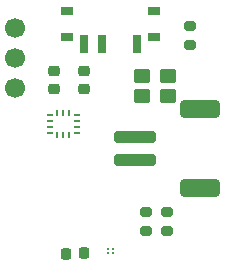
<source format=gtp>
%TF.GenerationSoftware,KiCad,Pcbnew,9.0.3*%
%TF.CreationDate,2025-08-03T21:29:45+01:00*%
%TF.ProjectId,smol-slime-xiao,736d6f6c-2d73-46c6-996d-652d7869616f,1.0*%
%TF.SameCoordinates,Original*%
%TF.FileFunction,Paste,Top*%
%TF.FilePolarity,Positive*%
%FSLAX46Y46*%
G04 Gerber Fmt 4.6, Leading zero omitted, Abs format (unit mm)*
G04 Created by KiCad (PCBNEW 9.0.3) date 2025-08-03 21:29:45*
%MOMM*%
%LPD*%
G01*
G04 APERTURE LIST*
G04 Aperture macros list*
%AMRoundRect*
0 Rectangle with rounded corners*
0 $1 Rounding radius*
0 $2 $3 $4 $5 $6 $7 $8 $9 X,Y pos of 4 corners*
0 Add a 4 corners polygon primitive as box body*
4,1,4,$2,$3,$4,$5,$6,$7,$8,$9,$2,$3,0*
0 Add four circle primitives for the rounded corners*
1,1,$1+$1,$2,$3*
1,1,$1+$1,$4,$5*
1,1,$1+$1,$6,$7*
1,1,$1+$1,$8,$9*
0 Add four rect primitives between the rounded corners*
20,1,$1+$1,$2,$3,$4,$5,0*
20,1,$1+$1,$4,$5,$6,$7,0*
20,1,$1+$1,$6,$7,$8,$9,0*
20,1,$1+$1,$8,$9,$2,$3,0*%
G04 Aperture macros list end*
%ADD10RoundRect,0.250000X0.450000X0.350000X-0.450000X0.350000X-0.450000X-0.350000X0.450000X-0.350000X0*%
%ADD11RoundRect,0.200000X-0.275000X0.200000X-0.275000X-0.200000X0.275000X-0.200000X0.275000X0.200000X0*%
%ADD12RoundRect,0.375000X1.325000X-0.375000X1.325000X0.375000X-1.325000X0.375000X-1.325000X-0.375000X0*%
%ADD13RoundRect,0.208333X1.541667X-0.291667X1.541667X0.291667X-1.541667X0.291667X-1.541667X-0.291667X0*%
%ADD14C,0.240000*%
%ADD15RoundRect,0.225000X-0.225000X-0.250000X0.225000X-0.250000X0.225000X0.250000X-0.225000X0.250000X0*%
%ADD16R,0.700000X1.500000*%
%ADD17R,1.000000X0.800000*%
%ADD18RoundRect,0.225000X-0.250000X0.225000X-0.250000X-0.225000X0.250000X-0.225000X0.250000X0.225000X0*%
%ADD19C,1.700000*%
%ADD20R,0.475000X0.250000*%
%ADD21R,0.250000X0.475000*%
G04 APERTURE END LIST*
D10*
%TO.C,U3*%
X154850000Y-93900000D03*
X152650000Y-93900000D03*
X152650000Y-95600000D03*
X154850000Y-95600000D03*
%TD*%
D11*
%TO.C,R3*%
X156750000Y-89675000D03*
X156750000Y-91325000D03*
%TD*%
D12*
%TO.C,J1*%
X157600000Y-103400000D03*
X157600000Y-96700000D03*
D13*
X152050000Y-101050000D03*
X152050000Y-99050000D03*
%TD*%
D11*
%TO.C,R2*%
X153000000Y-105425000D03*
X153000000Y-107075000D03*
%TD*%
D14*
%TO.C,U2*%
X149800000Y-108550000D03*
X150200000Y-108550000D03*
X149800000Y-108950000D03*
X150200000Y-108950000D03*
%TD*%
D15*
%TO.C,C3*%
X146200000Y-109000000D03*
X147750000Y-108950000D03*
%TD*%
D11*
%TO.C,R1*%
X154750000Y-105425000D03*
X154750000Y-107075000D03*
%TD*%
D16*
%TO.C,SW1*%
X152250000Y-91250000D03*
X149250000Y-91250000D03*
X147750000Y-91250000D03*
D17*
X153650000Y-90600000D03*
X146350000Y-90600000D03*
X153650000Y-88400000D03*
X146350000Y-88400000D03*
%TD*%
D18*
%TO.C,C1*%
X147750000Y-93475000D03*
X147750000Y-95025000D03*
%TD*%
D19*
%TO.C,J2*%
X141945000Y-89840000D03*
X141945000Y-92380000D03*
X141945000Y-94920000D03*
%TD*%
D18*
%TO.C,C2*%
X145250000Y-93475000D03*
X145250000Y-95025000D03*
%TD*%
D20*
%TO.C,U1*%
X147162500Y-98750000D03*
X147162500Y-98250000D03*
X147162500Y-97750000D03*
X147162500Y-97250000D03*
D21*
X146500000Y-97087500D03*
X146000000Y-97087500D03*
X145500000Y-97087500D03*
D20*
X144837500Y-97250000D03*
X144837500Y-97750000D03*
X144837500Y-98250000D03*
X144837500Y-98750000D03*
D21*
X145500000Y-98912500D03*
X146000000Y-98912500D03*
X146500000Y-98912500D03*
%TD*%
M02*

</source>
